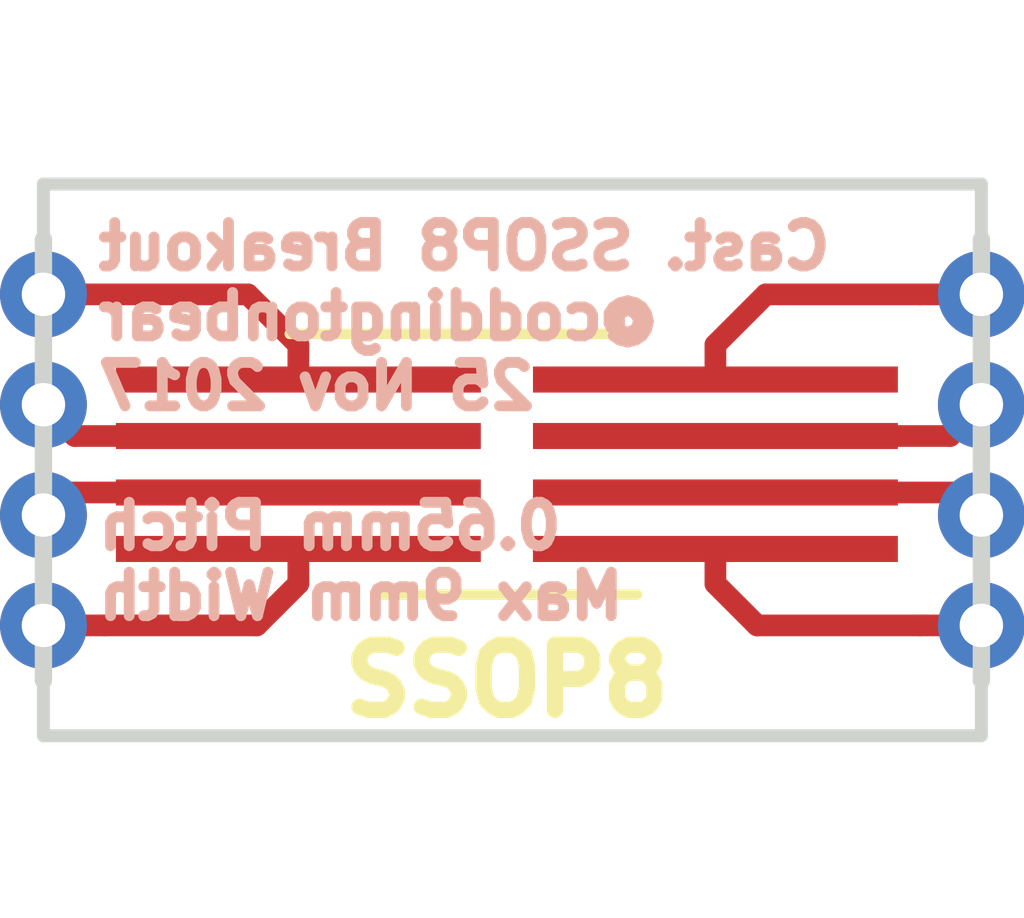
<source format=kicad_pcb>
(kicad_pcb (version 20221018) (generator pcbnew)
  (layers (0 "F.Cu" signal) (31 "B.Cu" signal) (34 "B.Paste" user) (35 "F.Paste" user) (36 "B.SilkS" user "B.Silkscreen") (37 "F.SilkS" user "F.Silkscreen") (38 "B.Mask" user) (39 "F.Mask" user) (44 "Edge.Cuts" user))
  (net 0 "")
  (footprint "KiCad/Housings_SSOP.pretty:SSOP-8_2.95x2.8mm_Pitch0.65mm" (layer "F.Cu") (at 148.844 86.41)
    (fp_text reference "REF**")
    (fp_text value "SSOP8")
    (fp_line (start 1.5 -1.5) (end -2.5 -1.5) (stroke (width 0.12)) (layer "F.SilkS"))
    (fp_line (start 1.5 1.5) (end -1.5 1.5) (stroke (width 0.12)) (layer "F.SilkS"))
    (pad "1" smd rect (at -2.4 -0.975 270) (size 0.3 4.2) (layers "F.Cu" "F.Paste" "F.Mask"))
    (pad "2" smd rect (at -2.4 -0.325 270) (size 0.3 4.2) (layers "F.Cu" "F.Paste" "F.Mask"))
    (pad "3" smd rect (at -2.4 0.325 270) (size 0.3 4.2) (layers "F.Cu" "F.Paste" "F.Mask"))
    (pad "4" smd rect (at -2.4 0.975 270) (size 0.3 4.2) (layers "F.Cu" "F.Paste" "F.Mask"))
    (pad "5" smd rect (at 2.4 0.975 270) (size 0.3 4.2) (layers "F.Cu" "F.Paste" "F.Mask"))
    (pad "6" smd rect (at 2.4 0.325 270) (size 0.3 4.2) (layers "F.Cu" "F.Paste" "F.Mask"))
    (pad "7" smd rect (at 2.4 -0.325 270) (size 0.3 4.2) (layers "F.Cu" "F.Paste" "F.Mask"))
    (pad "8" smd rect (at 2.4 -0.975 270) (size 0.3 4.2) (layers "F.Cu" "F.Paste" "F.Mask"))
  )
  (gr_line (start 154.305 83.82) (end 154.305 88.9) (stroke (width 0.2)) (layer "Edge.Cuts"))
  (gr_line (start 143.51 83.185) (end 154.305 83.185) (stroke (width 0.15)) (layer "Edge.Cuts"))
  (gr_line (start 143.51 88.9) (end 143.51 83.82) (stroke (width 0.2)) (layer "Edge.Cuts"))
  (gr_line (start 154.305 83.185) (end 154.305 83.82) (stroke (width 0.15)) (layer "Edge.Cuts"))
  (gr_line (start 154.305 83.82) (end 154.305 89.535) (stroke (width 0.15)) (layer "Edge.Cuts"))
  (gr_line (start 143.51 89.535) (end 143.51 88.9) (stroke (width 0.15)) (layer "Edge.Cuts"))
  (gr_line (start 143.51 83.82) (end 143.51 83.185) (stroke (width 0.15)) (layer "Edge.Cuts"))
  (gr_line (start 154.305 89.535) (end 143.51 89.535) (stroke (width 0.15)) (layer "Edge.Cuts"))
  (gr_text "Cast. SSOP8 Breakout\n@coddingtonbear\n25 Nov 2017\n\n0.65mm Pitch\nMax 9mm Width" (at 144.0815 85.9155) (layer "B.SilkS") (effects (font (size 0.5 0.5) (thickness 0.125)) (justify right mirror)))
  (gr_text "SSOP8" (at 148.844 88.9) (layer "F.SilkS") (effects (font (size 0.75 0.75) (thickness 0.1875))))
  (segment (start 143.77 86.735) (end 143.51 86.995) (width 0.25) (layer "F.Cu") (net 0))
  (segment (start 151.244 87.785) (end 151.724 88.265) (width 0.25) (layer "F.Cu") (net 0))
  (segment (start 145.964 88.265) (end 144.217106 88.265) (width 0.25) (layer "F.Cu") (net 0))
  (segment (start 146.444 87.785) (end 145.964 88.265) (width 0.25) (layer "F.Cu") (net 0))
  (segment (start 151.244 85.435) (end 151.244 85.035) (width 0.25) (layer "F.Cu") (net 0))
  (segment (start 146.444 85.035) (end 145.864 84.455) (width 0.25) (layer "F.Cu") (net 0))
  (segment (start 153.945 86.085) (end 154.305 85.725) (width 0.25) (layer "F.Cu") (net 0))
  (segment (start 151.724 88.265) (end 153.597894 88.265) (width 0.25) (layer "F.Cu") (net 0))
  (segment (start 151.244 87.385) (end 151.244 87.785) (width 0.25) (layer "F.Cu") (net 0))
  (segment (start 146.444 87.385) (end 146.444 87.785) (width 0.25) (layer "F.Cu") (net 0))
  (segment (start 144.217106 84.455) (end 143.51 84.455) (width 0.25) (layer "F.Cu") (net 0))
  (segment (start 145.864 84.455) (end 144.217106 84.455) (width 0.25) (layer "F.Cu") (net 0))
  (segment (start 151.244 86.735) (end 154.045 86.735) (width 0.25) (layer "F.Cu") (net 0))
  (segment (start 146.444 86.085) (end 143.87 86.085) (width 0.25) (layer "F.Cu") (net 0))
  (segment (start 151.824 84.455) (end 153.597894 84.455) (width 0.25) (layer "F.Cu") (net 0))
  (segment (start 143.87 86.085) (end 143.51 85.725) (width 0.25) (layer "F.Cu") (net 0))
  (segment (start 146.444 85.435) (end 146.444 85.035) (width 0.25) (layer "F.Cu") (net 0))
  (segment (start 154.045 86.735) (end 154.305 86.995) (width 0.25) (layer "F.Cu") (net 0))
  (segment (start 151.244 86.085) (end 153.945 86.085) (width 0.25) (layer "F.Cu") (net 0))
  (segment (start 153.597894 88.265) (end 154.305 88.265) (width 0.25) (layer "F.Cu") (net 0))
  (segment (start 151.244 85.035) (end 151.824 84.455) (width 0.25) (layer "F.Cu") (net 0))
  (segment (start 146.444 86.735) (end 143.77 86.735) (width 0.25) (layer "F.Cu") (net 0))
  (segment (start 153.597894 84.455) (end 154.305 84.455) (width 0.25) (layer "F.Cu") (net 0))
  (segment (start 144.217106 88.265) (end 143.51 88.265) (width 0.25) (layer "F.Cu") (net 0))
  (via (at 154.305 86.995) (size 1) (drill 0.5) (layers "F.Cu" "B.Cu") (net 0))
  (via (at 154.305 88.265) (size 1) (drill 0.5) (layers "F.Cu" "B.Cu") (net 0))
  (via (at 154.305 84.455) (size 1) (drill 0.5) (layers "F.Cu" "B.Cu") (net 0))
  (via (at 143.51 88.265) (size 1) (drill 0.5) (layers "F.Cu" "B.Cu") (net 0))
  (via (at 154.305 85.725) (size 1) (drill 0.5) (layers "F.Cu" "B.Cu") (net 0))
  (via (at 143.51 86.995) (size 1) (drill 0.5) (layers "F.Cu" "B.Cu") (net 0))
  (via (at 143.51 85.725) (size 1) (drill 0.5) (layers "F.Cu" "B.Cu") (net 0))
  (via (at 143.51 84.455) (size 1) (drill 0.5) (layers "F.Cu" "B.Cu") (net 0))
)
</source>
